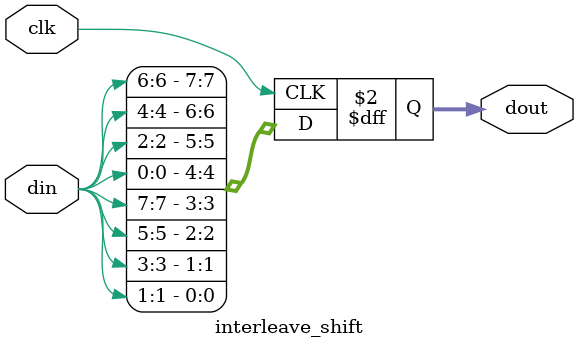
<source format=sv>
module interleave_shift #(parameter W=8) (
    input clk,
    input [W-1:0] din,
    output reg [W-1:0] dout
);
always @(posedge clk) begin
    dout <= {din[6], din[4], din[2], din[0],
             din[7], din[5], din[3], din[1]};
end
endmodule
</source>
